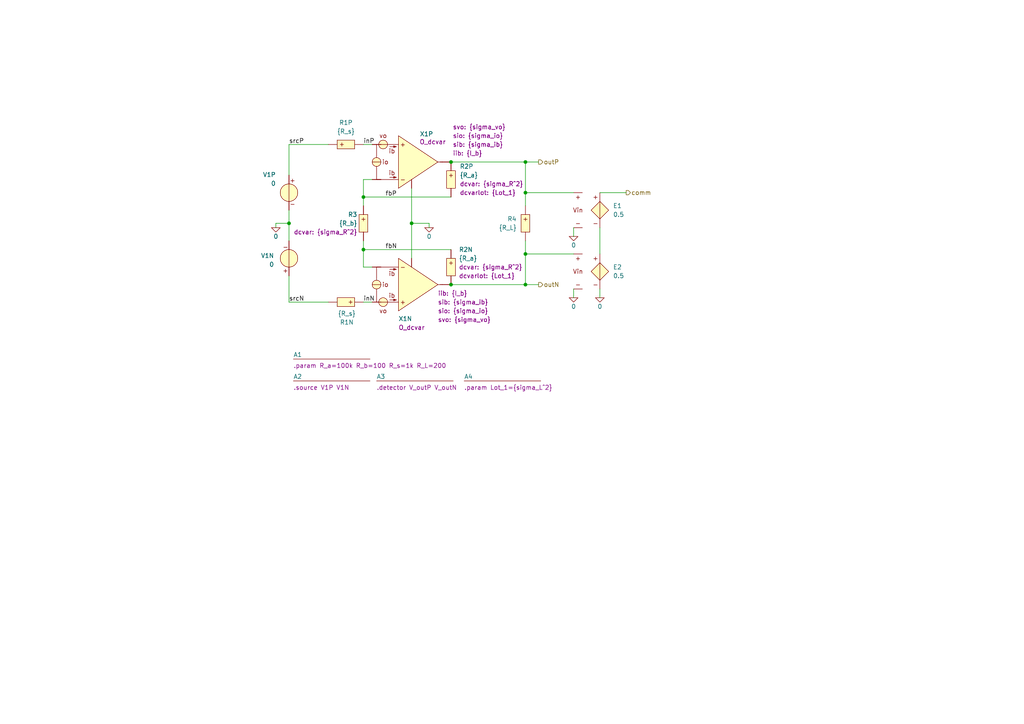
<source format=kicad_sch>
(kicad_sch (version 20250114) (generator "eeschema") (generator_version "9.0")
  (paper "A4")
  (title_block (title "Balanced Vamp"))
  (lib_symbols
    (symbol "SLiCAP:Command" (pin_numbers (hide yes)) (pin_names (offset 0) (hide yes))
      (property "Reference" "A?" (at 0 1.27 0))
      (property "command" "?" (at 0 -1.905 0))
      (symbol "Command_0_1"
        (polyline (pts (xy 0 0) (xy 22.225 0)))
      )
    )
    (symbol "SLiCAP:E" (pin_numbers (hide yes)) (pin_names (offset 0) (hide yes))
      (property "Reference" "E?" (at 3.175 1.27 0))
      (property "Value" "?" (at 3.175 -1.27 0) (show_name))
      (symbol "E_0_0"
        (text "+" (at -6.35 3.81 0) (effects (font (size 1.27 1.27))))
        (text "-" (at -6.35 -3.81 0) (effects (font (size 1.27 1.27))))
        (text "+" (at -1.27 3.81 0) (effects (font (size 1.27 1.27))))
        (text "-" (at -1.27 -3.81 0) (effects (font (size 1.27 1.27))))
      )
      (symbol "E_0_1"
        (polyline (pts (xy 0 2.54) (xy 0 -2.54)))
      )
      (symbol "E_1_0"
        (pin power_out line (at 0 5.08 270) (length 2.54) (name "outP") (number "1"))
        (pin power_out line (at 0 -5.08 90) (length 2.54) (name "outN") (number "2"))
      )
      (symbol "E_1_1"
        (polyline (pts (xy 0 2.54) (xy -2.54 0) (xy 0 -2.54) (xy 2.54 0) (xy 0 2.54)) (fill (type background)))
        (text "Vin" (at -6.35 0 0) (effects (font (size 1.27 1.27))))
        (pin input line (at -7.62 5.08 0) (length 2.54) (name "inp") (number "3"))
        (pin input line (at -7.62 -5.08 0) (length 2.54) (name "inN") (number "4"))
      )
    )
    (symbol "SLiCAP:GND" (power) (pin_numbers (hide yes)) (pin_names (offset 0) (hide yes))
      (property "Value" "0" (at 0 -2.54 0))
      (symbol "GND_0_1"
        (polyline (pts (xy -1.27 0) (xy 0 -1.27) (xy 1.27 0) (xy -1.27 0)))
      )
      (symbol "GND_1_1"
        (pin power_in line (at 0 0 0) (length 0) (name "~") (number "1"))
      )
    )
    (symbol "SLiCAP:O_dcvar" (pin_numbers (hide yes)) (pin_names (offset 0) (hide yes))
      (property "Reference" "X?" (at 1.27 6.985 0))
      (property "svo" "{sigma_vo}" (at 3.81 -3.81 0) (show_name))
      (property "sio" "{sigma_io}" (at 3.81 -6.35 0) (show_name))
      (property "model" "O_dcvar" (at 1.27 5.08 0) (show_name))
      (property "sib" "{sigma_ib}" (at 3.81 -8.89 0) (show_name))
      (property "iib" "{I_b}" (at 3.81 -11.43 0) (show_name))
      (symbol "O_dcvar_0_1"
        (polyline (pts (xy -12.7 0) (xy -10.16 0)))
        (polyline (pts (xy -11.43 -1.27) (xy -11.43 -5.08) (xy -5.08 -5.08)))
        (polyline (pts (xy -5.715 4.445) (xy -7.62 4.445)))
        (polyline (pts (xy -5.715 4.445) (xy -6.477 4.699) (xy -6.477 4.191) (xy -5.715 4.445)) (fill (type outline)))
        (polyline (pts (xy -5.715 -4.445) (xy -7.62 -4.445)))
        (polyline (pts (xy -5.715 -4.445) (xy -6.477 -4.191) (xy -6.477 -4.699) (xy -5.715 -4.445)) (fill (type outline)))
        (polyline (pts (xy 6.35 0) (xy 7.62 0)))
        (polyline (pts (xy 7.62 0) (xy 6.985 0)))
      )
      (symbol "O_dcvar_1_0"
        (pin power_out line (at -1.27 -7.62 90) (length 2.54) (name "outN") (number "4"))
        (pin power_out line (at 10.16 0 180) (length 2.54) (name "outP") (number "3"))
      )
      (symbol "O_dcvar_1_1"
        (polyline (pts (xy -11.43 1.27) (xy -11.43 5.08)))
        (circle (center -11.43 0) (radius 1.27) (fill (type background)))
        (polyline (pts (xy -10.16 5.08) (xy -5.08 5.08)))
        (circle (center -9.525 5.08) (radius 1.27) (fill (type background)))
        (polyline (pts (xy 6.35 0) (xy -5.08 7.62) (xy -5.08 -7.62) (xy 6.35 0)) (fill (type background)))
        (text "vo" (at -9.525 7.62 0) (effects (font (size 1.27 1.27))))
        (text "io" (at -8.89 0 0) (effects (font (size 1.27 1.27))))
        (text "ib" (at -6.985 3.175 0) (effects (font (size 1.27 1.27))))
        (text "ib" (at -6.985 -3.175 0) (effects (font (size 1.27 1.27))))
        (text "+" (at -3.81 5.08 0) (effects (font (size 1.27 1.27))))
        (text "-" (at -3.81 -5.08 0) (effects (font (size 1.27 1.27))))
        (pin input line (at -12.7 5.08 0) (length 2.54) (name "inp") (number "1"))
        (pin input line (at -12.7 -5.08 0) (length 2.54) (name "inN") (number "2"))
      )
    )
    (symbol "SLiCAP:R" (pin_numbers (hide yes)) (pin_names (offset 1.016) (hide yes))
      (property "Reference" "R?" (at 1.905 3.81 0))
      (property "Value" "?" (at 1.905 1.905 0) (show_name))
      (property "noisetemp" "0" (at 1.905 0 0) (show_name))
      (property "noiseflow" "0" (at 15.24 0 0) (show_name))
      (property "dcvar" "0" (at 1.905 -1.905 0) (show_name))
      (property "dcvarlot" "0" (at 15.24 -1.905 0) (show_name))
      (symbol "R_0_0"
        (text "+" (at 0 1.27 0) (effects (font (size 1.27 1.27))))
      )
      (symbol "R_1_0"
        (pin passive line (at 0 5.08 270) (length 2.54) (name "1") (number "1"))
        (pin passive line (at 0 -5.08 90) (length 2.54) (name "2") (number "2"))
      )
      (symbol "R_1_1"
        (rectangle (start -1.27 2.54) (end 1.27 -2.54) (fill (type background)))
      )
    )
    (symbol "SLiCAP:V" (pin_numbers (hide yes)) (pin_names (offset 0) (hide yes))
      (property "Reference" "V?" (at 3.175 4.445 0))
      (property "Value" "?" (at 3.175 2.54 0) (show_name))
      (property "noise" "0" (at 3.175 -3.175 0) (show_name))
      (property "dc" "0" (at 3.175 0.635 0) (show_name))
      (property "dcvar" "0" (at 3.175 -1.27 0) (show_name))
      (symbol "V_0_0"
        (text "+" (at -1.016 3.556 0) (effects (font (size 1.27 1.27))))
        (text "-" (at -1.016 -3.302 0) (effects (font (size 1.27 1.27))))
        (pin power_out line (at 0 5.08 270) (length 2.54) (name "p") (number "1"))
        (pin power_out line (at 0 -5.08 90) (length 2.54) (name "n") (number "2"))
      )
      (symbol "V_0_1"
        (polyline (pts (xy 0 2.54) (xy 0 -2.54)))
      )
      (symbol "V_1_0"
        (circle (center 0 0) (radius 2.54) (fill (type background)))
      )
    )
  )
  (junction (at 130.81 46.99))
  (junction (at 105.41 57.15))
  (junction (at 152.4 46.99))
  (junction (at 130.81 82.55))
  (junction (at 152.4 55.88))
  (junction (at 152.4 82.55))
  (junction (at 152.4 73.66))
  (junction (at 83.82 64.77))
  (junction (at 119.38 64.77))
  (junction (at 105.41 72.39))
  (wire (pts (xy 130.81 46.99) (xy 152.4 46.99)))
  (wire (pts (xy 173.99 55.88) (xy 181.61 55.88)))
  (wire (pts (xy 83.82 41.91) (xy 95.25 41.91)))
  (wire (pts (xy 105.41 57.15) (xy 105.41 59.69)))
  (wire (pts (xy 105.41 52.07) (xy 105.41 57.15)))
  (wire (pts (xy 152.4 82.55) (xy 156.21 82.55)))
  (wire (pts (xy 166.37 83.82) (xy 166.37 86.36)))
  (wire (pts (xy 152.4 46.99) (xy 152.4 55.88)))
  (wire (pts (xy 83.82 87.63) (xy 95.25 87.63)))
  (wire (pts (xy 173.99 83.82) (xy 173.99 86.36)))
  (wire (pts (xy 152.4 55.88) (xy 166.37 55.88)))
  (wire (pts (xy 105.41 77.47) (xy 107.95 77.47)))
  (wire (pts (xy 105.41 41.91) (xy 107.95 41.91)))
  (wire (pts (xy 105.41 87.63) (xy 107.95 87.63)))
  (wire (pts (xy 80.01 64.77) (xy 83.82 64.77)))
  (wire (pts (xy 166.37 66.04) (xy 166.37 68.58)))
  (wire (pts (xy 130.81 82.55) (xy 152.4 82.55)))
  (wire (pts (xy 83.82 80.01) (xy 83.82 87.63)))
  (wire (pts (xy 152.4 73.66) (xy 166.37 73.66)))
  (wire (pts (xy 105.41 57.15) (xy 130.81 57.15)))
  (wire (pts (xy 83.82 69.85) (xy 83.82 64.77)))
  (wire (pts (xy 119.38 64.77) (xy 124.46 64.77)))
  (wire (pts (xy 156.21 46.99) (xy 152.4 46.99)))
  (wire (pts (xy 124.46 64.77) (xy 124.46 66.04)))
  (wire (pts (xy 105.41 72.39) (xy 130.81 72.39)))
  (wire (pts (xy 105.41 52.07) (xy 107.95 52.07)))
  (wire (pts (xy 152.4 55.88) (xy 152.4 59.69)))
  (wire (pts (xy 119.38 64.77) (xy 119.38 74.93)))
  (wire (pts (xy 83.82 50.8) (xy 83.82 41.91)))
  (wire (pts (xy 105.41 72.39) (xy 105.41 77.47)))
  (wire (pts (xy 152.4 73.66) (xy 152.4 82.55)))
  (wire (pts (xy 83.82 64.77) (xy 83.82 60.96)))
  (wire (pts (xy 119.38 54.61) (xy 119.38 64.77)))
  (wire (pts (xy 105.41 69.85) (xy 105.41 72.39)))
  (wire (pts (xy 173.99 66.04) (xy 173.99 73.66)))
  (wire (pts (xy 80.01 64.77) (xy 80.01 66.04)))
  (wire (pts (xy 152.4 69.85) (xy 152.4 73.66)))
  (label "srcP" (at 83.82 41.91 0))
  (label "srcN" (at 83.82 87.63 0))
  (label "inP" (at 105.41 41.91 0))
  (label "fbP" (at 111.76 57.15 0))
  (label "fbN" (at 111.76 72.39 0))
  (label "inN" (at 105.41 87.63 0))
  (hierarchical_label "outN" (shape output) (at 156.21 82.55 0))
  (hierarchical_label "outP" (shape output) (at 156.21 46.99 0))
  (hierarchical_label "comm" (shape output) (at 181.61 55.88 0))
  (symbol (lib_id "SLiCAP:E") (at 173.99 60.96 0) (unit 1)
    (property "Reference" "E1" (at 177.8 59.6899 0) (effects (justify left)))
    (property "Value" "0.5" (at 177.8 62.2299 0) (effects (justify left)))
    (property "Description" "Voltage-controlled voltage source" (effects (hide yes)))
    (property "model" "E" (effects (hide yes)))
  )
  (symbol (lib_id "SLiCAP:O_dcvar") (at 120.65 46.99 0) (unit 1)
    (property "Reference" "X1P" (at 123.698 38.862 0))
    (property "Description" "OpAmp (nullor) with dcvar parameters for the  input-referred DC offset voltage and offset current and for the bias current" (effects (hide yes)))
    (property "svo" "{sigma_vo}" (at 131.318 36.83 0) (show_name yes) (effects (justify left)))
    (property "sio" "{sigma_io}" (at 131.318 39.37 0) (show_name yes) (effects (justify left)))
    (property "model" "O_dcvar" (at 121.666 41.148 0) (effects (justify left)))
    (property "sib" "{sigma_ib}" (at 131.318 41.91 0) (show_name yes) (effects (justify left)))
    (property "iib" "{I_b}" (at 131.318 44.45 0) (show_name yes) (effects (justify left)))
  )
  (symbol (lib_id "SLiCAP:O_dcvar") (at 120.65 82.55 0) (mirror x) (unit 1)
    (property "Reference" "X1N" (at 115.57 92.456 0) (effects (justify left)))
    (property "Description" "OpAmp (nullor) with dcvar parameters for the  input-referred DC offset voltage and offset current and for the bias current" (effects (hide yes)))
    (property "svo" "{sigma_vo}" (at 127 92.71 0) (show_name yes) (effects (justify left)))
    (property "sio" "{sigma_io}" (at 127 90.17 0) (show_name yes) (effects (justify left)))
    (property "model" "O_dcvar" (at 115.57 94.996 0) (effects (justify left)))
    (property "sib" "{sigma_ib}" (at 127 87.63 0) (show_name yes) (effects (justify left)))
    (property "iib" "{I_b}" (at 127 85.09 0) (show_name yes) (effects (justify left)))
  )
  (symbol (lib_id "SLiCAP:GND") (at 166.37 68.58 0) (unit 1)
    (property "Reference" "#04" (effects (hide yes)))
    (property "Value" "0" (at 166.37 71.12 0))
    (property "Description" "0V reference potential" (effects (hide yes)))
  )
  (symbol (lib_id "SLiCAP:E") (at 173.99 78.74 0) (unit 1)
    (property "Reference" "E2" (at 177.8 77.4699 0) (effects (justify left)))
    (property "Value" "0.5" (at 177.8 80.0099 0) (effects (justify left)))
    (property "Description" "Voltage-controlled voltage source" (effects (hide yes)))
    (property "model" "E" (effects (hide yes)))
  )
  (symbol (lib_id "SLiCAP:GND") (at 80.01 66.04 0) (unit 1)
    (property "Reference" "#02" (effects (hide yes)))
    (property "Value" "0" (at 80.01 68.58 0))
    (property "Description" "0V reference potential" (effects (hide yes)))
  )
  (symbol (lib_id "SLiCAP:V") (at 83.82 74.93 0) (mirror x) (unit 1)
    (property "Reference" "V1N" (at 79.502 74.168 0) (effects (justify right)))
    (property "Value" "0" (at 79.502 76.708 0) (effects (justify right)))
    (property "Description" "Independent voltage source" (effects (hide yes)))
    (property "noise" "0" (effects (hide yes)))
    (property "dc" "0" (effects (hide yes)))
    (property "dcvar" "0" (effects (hide yes)))
    (property "model" "V" (effects (hide yes)))
  )
  (symbol (lib_id "SLiCAP:Command") (at 109.22 110.49 0) (unit 1)
    (property "Reference" "A3" (at 109.22 109.22 0) (effects (justify left)))
    (property "Description" "SLiCAP command (.lib, .param, .model. subckt}" (effects (hide yes)))
    (property "command" ".detector V_outP V_outN" (at 109.22 112.395 0) (effects (justify left)))
  )
  (symbol (lib_id "SLiCAP:R") (at 130.81 52.07 0) (unit 1)
    (property "Reference" "R2P" (at 133.35 48.2599 0) (effects (justify left)))
    (property "Value" "{R_a}" (at 133.35 50.7999 0) (effects (justify left)))
    (property "Description" "Resistor (cannot have zero resistance)" (effects (hide yes)))
    (property "model" "R" (effects (hide yes)))
    (property "noisetemp" "0" (effects (hide yes)))
    (property "noiseflow" "0" (effects (hide yes)))
    (property "dcvar" "{sigma_R^2}" (at 133.35 53.3399 0) (show_name yes) (effects (justify left)))
    (property "dcvarlot" "{Lot_1}" (at 133.35 55.8799 0) (show_name yes) (effects (justify left)))
  )
  (symbol (lib_id "SLiCAP:R") (at 100.33 87.63 270) (mirror x) (unit 1)
    (property "Reference" "R1N" (at 100.584 93.472 90))
    (property "Value" "{R_s}" (at 100.584 90.932 90))
    (property "Description" "Resistor (cannot have zero resistance)" (effects (hide yes)))
    (property "model" "R" (effects (hide yes)))
    (property "noisetemp" "0" (effects (hide yes)))
    (property "noiseflow" "0" (effects (hide yes)))
    (property "dcvar" "0" (effects (hide yes)))
    (property "dcvarlot" "0" (effects (hide yes)))
  )
  (symbol (lib_id "SLiCAP:V") (at 83.82 55.88 0) (mirror y) (unit 1)
    (property "Reference" "V1P" (at 80.01 50.6729 0) (effects (justify left)))
    (property "Value" "0" (at 80.01 53.2129 0) (effects (justify left)))
    (property "Description" "Independent voltage source" (effects (hide yes)))
    (property "noise" "0" (effects (hide yes)))
    (property "dc" "0" (effects (hide yes)))
    (property "dcvar" "0" (effects (hide yes)))
    (property "model" "V" (effects (hide yes)))
  )
  (symbol (lib_id "SLiCAP:R") (at 105.41 64.77 0) (mirror y) (unit 1)
    (property "Reference" "R3" (at 103.632 62.2301 0) (effects (justify left)))
    (property "Value" "{R_b}" (at 103.632 64.7701 0) (effects (justify left)))
    (property "Description" "Resistor (cannot have zero resistance)" (effects (hide yes)))
    (property "model" "R" (effects (hide yes)))
    (property "noisetemp" "0" (effects (hide yes)))
    (property "noiseflow" "0" (effects (hide yes)))
    (property "dcvar" "{sigma_R^2}" (at 103.632 67.31 0) (show_name yes) (effects (justify left)))
    (property "dcvarlot" "0" (effects (hide yes)))
  )
  (symbol (lib_id "SLiCAP:Command") (at 134.62 110.49 0) (unit 1)
    (property "Reference" "A4" (at 134.62 109.22 0) (effects (justify left)))
    (property "Description" "SLiCAP command (.lib, .param, .model. subckt}" (effects (hide yes)))
    (property "command" ".param Lot_1={sigma_L^2}" (at 134.62 112.395 0) (effects (justify left)))
  )
  (symbol (lib_id "SLiCAP:GND") (at 173.99 86.36 0) (unit 1)
    (property "Reference" "#05" (effects (hide yes)))
    (property "Value" "0" (at 173.99 88.9 0))
    (property "Description" "0V reference potential" (effects (hide yes)))
  )
  (symbol (lib_id "SLiCAP:R") (at 100.33 41.91 90) (unit 1)
    (property "Reference" "R1P" (at 100.33 35.56 90))
    (property "Value" "{R_s}" (at 100.33 38.1 90))
    (property "Description" "Resistor (cannot have zero resistance)" (effects (hide yes)))
    (property "model" "R" (effects (hide yes)))
    (property "noisetemp" "0" (effects (hide yes)))
    (property "noiseflow" "0" (effects (hide yes)))
    (property "dcvar" "0" (effects (hide yes)))
    (property "dcvarlot" "0" (effects (hide yes)))
  )
  (symbol (lib_id "SLiCAP:R") (at 152.4 64.77 0) (mirror y) (unit 1)
    (property "Reference" "R4" (at 149.86 63.4999 0) (effects (justify left)))
    (property "Value" "{R_L}" (at 149.86 66.0399 0) (effects (justify left)))
    (property "Description" "Resistor (cannot have zero resistance)" (effects (hide yes)))
    (property "model" "R" (effects (hide yes)))
    (property "noisetemp" "0" (effects (hide yes)))
    (property "noiseflow" "0" (effects (hide yes)))
    (property "dcvar" "0" (effects (hide yes)))
    (property "dcvarlot" "0" (effects (hide yes)))
  )
  (symbol (lib_id "SLiCAP:Command") (at 85.09 104.14 0) (unit 1)
    (property "Reference" "A1" (at 85.09 102.87 0) (effects (justify left)))
    (property "Description" "SLiCAP command (.lib, .param, .model. subckt}" (effects (hide yes)))
    (property "command" ".param R_a=100k R_b=100 R_s=1k R_L=200" (at 85.09 106.045 0) (effects (justify left)))
  )
  (symbol (lib_id "SLiCAP:R") (at 130.81 77.47 0) (unit 1)
    (property "Reference" "R2N" (at 133.096 72.39 0) (effects (justify left)))
    (property "Value" "{R_a}" (at 133.096 74.93 0) (effects (justify left)))
    (property "Description" "Resistor (cannot have zero resistance)" (effects (hide yes)))
    (property "model" "R" (effects (hide yes)))
    (property "noisetemp" "0" (effects (hide yes)))
    (property "noiseflow" "0" (effects (hide yes)))
    (property "dcvar" "{sigma_R^2}" (at 133.096 77.47 0) (show_name yes) (effects (justify left)))
    (property "dcvarlot" "{Lot_1}" (at 133.096 80.01 0) (show_name yes) (effects (justify left)))
  )
  (symbol (lib_id "SLiCAP:Command") (at 85.09 110.49 0) (unit 1)
    (property "Reference" "A2" (at 85.09 109.22 0) (effects (justify left)))
    (property "Description" "SLiCAP command (.lib, .param, .model. subckt}" (effects (hide yes)))
    (property "command" ".source V1P V1N" (at 85.09 112.395 0) (effects (justify left)))
  )
  (symbol (lib_id "SLiCAP:GND") (at 124.46 66.04 0) (unit 1)
    (property "Reference" "#01" (effects (hide yes)))
    (property "Value" "0" (at 124.46 68.58 0))
    (property "Description" "0V reference potential" (effects (hide yes)))
  )
  (symbol (lib_id "SLiCAP:GND") (at 166.37 86.36 0) (unit 1)
    (property "Reference" "#03" (effects (hide yes)))
    (property "Value" "0" (at 166.37 88.9 0))
    (property "Description" "0V reference potential" (effects (hide yes)))
  )
)
</source>
